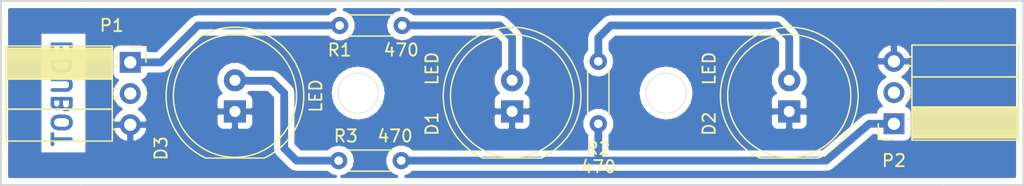
<source format=kicad_pcb>
(kicad_pcb (version 20241229) (generator "pcbnew") (generator_version "9.0")
  (layers (0 "F.Cu" signal) (2 "B.Cu" signal) (13 "F.Paste" user) (15 "B.Paste" user) (5 "F.SilkS" user) (7 "B.SilkS" user) (1 "F.Mask" user) (3 "B.Mask" user) (25 "Edge.Cuts" user))
  (net 0 "")
  (net 1 "GND")
  (net 2 "Net-(D1-Pad2)")
  (net 3 "Net-(D2-Pad2)")
  (net 4 "Net-(D3-Pad2)")
  (net 5 "Net-(P1-Pad1)")
  (net 6 "Net-(P1-Pad2)")
  (net 7 "Net-(P2-Pad1)")
  (net 8 "Net-(P2-Pad2)")
  (footprint "LEDs:LED_D10.0mm" (layer "F.Cu") (at 146 79 90)
    (property "Reference" "D1" (at -1 -6.5 270) (layer "F.SilkS"))
    (property "Value" "LED" (at 3.5 -6.5 270) (layer "F.SilkS"))
    (fp_line (start -3.79 -2.376) (end -3.79 2.376) (stroke (width 0.12)) (layer "F.SilkS"))
    (fp_arc (start -3.79 -2.375816) (mid 2.484794 -5.456407) (end 6.859998 -0.004741) (stroke (width 0.12)) (layer "F.SilkS"))
    (fp_arc (start 6.859998 0.004741) (mid 2.484794 5.456407) (end -3.79 2.375816) (stroke (width 0.12)) (layer "F.SilkS"))
    (fp_circle (center 1.27 0) (end 6.27 0) (stroke (width 0.12)) (fill no) (layer "F.SilkS"))
    (pad "1" thru_hole rect (at 0 0 90) (size 1.8 1.8) (drill 0.9) (layers "*.Cu" "*.Mask") (net 1 "GND"))
    (pad "2" thru_hole circle (at 2.54 0 90) (size 1.8 1.8) (drill 0.9) (layers "*.Cu" "*.Mask") (net 2 "Net-(D1-Pad2)"))
  )
  (footprint "LEDs:LED_D10.0mm" (layer "F.Cu") (at 168.5 79 90)
    (property "Reference" "D2" (at -1 -6.5 90) (layer "F.SilkS"))
    (property "Value" "LED" (at 3.5 -6.5 90) (layer "F.SilkS"))
    (fp_line (start -3.79 -2.376) (end -3.79 2.376) (stroke (width 0.12)) (layer "F.SilkS"))
    (fp_arc (start -3.79 -2.375816) (mid 2.484794 -5.456407) (end 6.859998 -0.004741) (stroke (width 0.12)) (layer "F.SilkS"))
    (fp_arc (start 6.859998 0.004741) (mid 2.484794 5.456407) (end -3.79 2.375816) (stroke (width 0.12)) (layer "F.SilkS"))
    (fp_circle (center 1.27 0) (end 6.27 0) (stroke (width 0.12)) (fill no) (layer "F.SilkS"))
    (pad "1" thru_hole rect (at 0 0 90) (size 1.8 1.8) (drill 0.9) (layers "*.Cu" "*.Mask") (net 1 "GND"))
    (pad "2" thru_hole circle (at 2.54 0 90) (size 1.8 1.8) (drill 0.9) (layers "*.Cu" "*.Mask") (net 3 "Net-(D2-Pad2)"))
  )
  (footprint "LEDs:LED_D10.0mm" (layer "F.Cu") (at 123.5 79 90)
    (property "Reference" "D3" (at -3 -6 90) (layer "F.SilkS"))
    (property "Value" "LED" (at 1.27 6.56 90) (layer "F.SilkS"))
    (fp_line (start -3.79 -2.376) (end -3.79 2.376) (stroke (width 0.12)) (layer "F.SilkS"))
    (fp_arc (start -3.79 -2.375816) (mid 2.484794 -5.456407) (end 6.859998 -0.004741) (stroke (width 0.12)) (layer "F.SilkS"))
    (fp_arc (start 6.859998 0.004741) (mid 2.484794 5.456407) (end -3.79 2.375816) (stroke (width 0.12)) (layer "F.SilkS"))
    (fp_circle (center 1.27 0) (end 6.27 0) (stroke (width 0.12)) (fill no) (layer "F.SilkS"))
    (pad "1" thru_hole rect (at 0 0 90) (size 1.8 1.8) (drill 0.9) (layers "*.Cu" "*.Mask") (net 1 "GND"))
    (pad "2" thru_hole circle (at 2.54 0 90) (size 1.8 1.8) (drill 0.9) (layers "*.Cu" "*.Mask") (net 4 "Net-(D3-Pad2)"))
  )
  (footprint "Resistors_ThroughHole:R_Axial_DIN0204_L3.6mm_D1.6mm_P5.08mm_Horizontal" (layer "F.Cu") (at 132 72)
    (property "Reference" "R1" (at 0 2 0) (layer "F.SilkS"))
    (property "Value" "470" (at 5 2 0) (layer "F.SilkS"))
    (fp_line (start 0.68 -0.86) (end 4.4 -0.86) (stroke (width 0.12)) (layer "F.SilkS"))
    (fp_line (start 0.68 0.86) (end 4.4 0.86) (stroke (width 0.12)) (layer "F.SilkS"))
    (pad "1" thru_hole circle (at 0 0) (size 1.4 1.4) (drill 0.7) (layers "*.Cu" "*.Mask") (net 5 "Net-(P1-Pad1)"))
    (pad "2" thru_hole oval (at 5.08 0) (size 1.4 1.4) (drill 0.7) (layers "*.Cu" "*.Mask") (net 2 "Net-(D1-Pad2)"))
  )
  (footprint "Resistors_ThroughHole:R_Axial_DIN0204_L3.6mm_D1.6mm_P5.08mm_Horizontal" (layer "F.Cu") (at 153 80 90)
    (property "Reference" "R2" (at -2 0 180) (layer "F.SilkS"))
    (property "Value" "470" (at -3.5 0 180) (layer "F.SilkS"))
    (fp_line (start 0.68 -0.86) (end 4.4 -0.86) (stroke (width 0.12)) (layer "F.SilkS"))
    (fp_line (start 0.68 0.86) (end 4.4 0.86) (stroke (width 0.12)) (layer "F.SilkS"))
    (pad "1" thru_hole circle (at 0 0 90) (size 1.4 1.4) (drill 0.7) (layers "*.Cu" "*.Mask") (net 7 "Net-(P2-Pad1)"))
    (pad "2" thru_hole oval (at 5.08 0 90) (size 1.4 1.4) (drill 0.7) (layers "*.Cu" "*.Mask") (net 3 "Net-(D2-Pad2)"))
  )
  (footprint "Resistors_ThroughHole:R_Axial_DIN0204_L3.6mm_D1.6mm_P5.08mm_Horizontal" (layer "F.Cu") (at 137 83 180)
    (property "Reference" "R3" (at 4.5 2 180) (layer "F.SilkS"))
    (property "Value" "470" (at 0.5 2 180) (layer "F.SilkS"))
    (fp_line (start 0.68 0.86) (end 4.4 0.86) (stroke (width 0.12)) (layer "F.SilkS"))
    (fp_line (start 0.68 -0.86) (end 4.4 -0.86) (stroke (width 0.12)) (layer "F.SilkS"))
    (pad "1" thru_hole circle (at 0 0 180) (size 1.4 1.4) (drill 0.7) (layers "*.Cu" "*.Mask") (net 7 "Net-(P2-Pad1)"))
    (pad "2" thru_hole oval (at 5.08 0 180) (size 1.4 1.4) (drill 0.7) (layers "*.Cu" "*.Mask") (net 4 "Net-(D3-Pad2)"))
  )
  (footprint "Socket_Strips:Socket_Strip_Angled_1x03_Pitch2.54mm" (layer "F.Cu") (at 115 75)
    (property "Reference" "P1" (at -1.5 -3 0) (layer "F.SilkS"))
    (property "Value" "CONN_01X03" (hide yes))
    (fp_line (start -10.09 -1.33) (end -1.46 -1.33) (stroke (width 0.12)) (layer "F.SilkS"))
    (fp_line (start -10.09 1.27) (end -10.09 -1.33) (stroke (width 0.12)) (layer "F.SilkS"))
    (fp_line (start -10.09 1.27) (end -1.46 1.27) (stroke (width 0.12)) (layer "F.SilkS"))
    (fp_line (start -10.09 3.81) (end -10.09 1.27) (stroke (width 0.12)) (layer "F.SilkS"))
    (fp_line (start -10.09 3.81) (end -1.46 3.81) (stroke (width 0.12)) (layer "F.SilkS"))
    (fp_line (start -10.09 6.41) (end -10.09 3.81) (stroke (width 0.12)) (layer "F.SilkS"))
    (fp_line (start -1.46 -1.33) (end -1.46 1.27) (stroke (width 0.12)) (layer "F.SilkS"))
    (fp_line (start -1.46 -1.15) (end -10.09 -1.15) (stroke (width 0.12)) (layer "F.SilkS"))
    (fp_line (start -1.46 -1.03) (end -10.09 -1.03) (stroke (width 0.12)) (layer "F.SilkS"))
    (fp_line (start -1.46 -0.91) (end -10.09 -0.91) (stroke (width 0.12)) (layer "F.SilkS"))
    (fp_line (start -1.46 -0.79) (end -10.09 -0.79) (stroke (width 0.12)) (layer "F.SilkS"))
    (fp_line (start -1.46 -0.67) (end -10.09 -0.67) (stroke (width 0.12)) (layer "F.SilkS"))
    (fp_line (start -1.46 -0.55) (end -10.09 -0.55) (stroke (width 0.12)) (layer "F.SilkS"))
    (fp_line (start -1.46 -0.43) (end -10.09 -0.43) (stroke (width 0.12)) (layer "F.SilkS"))
    (fp_line (start -1.46 -0.31) (end -10.09 -0.31) (stroke (width 0.12)) (layer "F.SilkS"))
    (fp_line (start -1.46 -0.19) (end -10.09 -0.19) (stroke (width 0.12)) (layer "F.SilkS"))
    (fp_line (start -1.46 -0.07) (end -10.09 -0.07) (stroke (width 0.12)) (layer "F.SilkS"))
    (fp_line (start -1.46 0.05) (end -10.09 0.05) (stroke (width 0.12)) (layer "F.SilkS"))
    (fp_line (start -1.46 0.17) (end -10.09 0.17) (stroke (width 0.12)) (layer "F.SilkS"))
    (fp_line (start -1.46 0.29) (end -10.09 0.29) (stroke (width 0.12)) (layer "F.SilkS"))
    (fp_line (start -1.46 0.41) (end -10.09 0.41) (stroke (width 0.12)) (layer "F.SilkS"))
    (fp_line (start -1.46 0.53) (end -10.09 0.53) (stroke (width 0.12)) (layer "F.SilkS"))
    (fp_line (start -1.46 0.65) (end -10.09 0.65) (stroke (width 0.12)) (layer "F.SilkS"))
    (fp_line (start -1.46 0.77) (end -10.09 0.77) (stroke (width 0.12)) (layer "F.SilkS"))
    (fp_line (start -1.46 0.89) (end -10.09 0.89) (stroke (width 0.12)) (layer "F.SilkS"))
    (fp_line (start -1.46 1.01) (end -10.09 1.01) (stroke (width 0.12)) (layer "F.SilkS"))
    (fp_line (start -1.46 1.13) (end -10.09 1.13) (stroke (width 0.12)) (layer "F.SilkS"))
    (fp_line (start -1.46 1.25) (end -10.09 1.25) (stroke (width 0.12)) (layer "F.SilkS"))
    (fp_line (start -1.46 1.27) (end -10.09 1.27) (stroke (width 0.12)) (layer "F.SilkS"))
    (fp_line (start -1.46 1.27) (end -1.46 3.81) (stroke (width 0.12)) (layer "F.SilkS"))
    (fp_line (start -1.46 1.37) (end -10.09 1.37) (stroke (width 0.12)) (layer "F.SilkS"))
    (fp_line (start -1.46 3.81) (end -10.09 3.81) (stroke (width 0.12)) (layer "F.SilkS"))
    (fp_line (start -1.46 3.81) (end -1.46 6.41) (stroke (width 0.12)) (layer "F.SilkS"))
    (fp_line (start -1.46 6.41) (end -10.09 6.41) (stroke (width 0.12)) (layer "F.SilkS"))
    (fp_line (start -1.03 -0.38) (end -1.46 -0.38) (stroke (width 0.12)) (layer "F.SilkS"))
    (fp_line (start -1.03 0.38) (end -1.46 0.38) (stroke (width 0.12)) (layer "F.SilkS"))
    (fp_line (start -1.03 2.16) (end -1.46 2.16) (stroke (width 0.12)) (layer "F.SilkS"))
    (fp_line (start -1.03 2.92) (end -1.46 2.92) (stroke (width 0.12)) (layer "F.SilkS"))
    (fp_line (start -1.03 4.7) (end -1.46 4.7) (stroke (width 0.12)) (layer "F.SilkS"))
    (fp_line (start -1.03 5.46) (end -1.46 5.46) (stroke (width 0.12)) (layer "F.SilkS"))
    (fp_line (start 0 -1.27) (end 1.27 -1.27) (stroke (width 0.12)) (layer "F.SilkS"))
    (fp_line (start 1.27 -1.27) (end 1.27 0) (stroke (width 0.12)) (layer "F.SilkS"))
    (pad "1" thru_hole rect (at 0 0) (size 1.7 1.7) (drill 1) (layers "*.Cu" "*.Mask") (net 5 "Net-(P1-Pad1)"))
    (pad "2" thru_hole oval (at 0 2.54) (size 1.7 1.7) (drill 1) (layers "*.Cu" "*.Mask") (net 6 "Net-(P1-Pad2)"))
    (pad "3" thru_hole oval (at 0 5.08) (size 1.7 1.7) (drill 1) (layers "*.Cu" "*.Mask") (net 1 "GND"))
  )
  (footprint "Socket_Strips:Socket_Strip_Angled_1x03_Pitch2.54mm" (layer "F.Cu") (at 177 80 180)
    (property "Reference" "P2" (at 0 -3 180) (layer "F.SilkS"))
    (property "Value" "CONN_01X03" (hide yes))
    (fp_line (start 1.27 -1.27) (end 1.27 0) (stroke (width 0.12)) (layer "F.SilkS"))
    (fp_line (start 0 -1.27) (end 1.27 -1.27) (stroke (width 0.12)) (layer "F.SilkS"))
    (fp_line (start -1.03 5.46) (end -1.46 5.46) (stroke (width 0.12)) (layer "F.SilkS"))
    (fp_line (start -1.03 4.7) (end -1.46 4.7) (stroke (width 0.12)) (layer "F.SilkS"))
    (fp_line (start -1.03 2.92) (end -1.46 2.92) (stroke (width 0.12)) (layer "F.SilkS"))
    (fp_line (start -1.03 2.16) (end -1.46 2.16) (stroke (width 0.12)) (layer "F.SilkS"))
    (fp_line (start -1.03 0.38) (end -1.46 0.38) (stroke (width 0.12)) (layer "F.SilkS"))
    (fp_line (start -1.03 -0.38) (end -1.46 -0.38) (stroke (width 0.12)) (layer "F.SilkS"))
    (fp_line (start -1.46 6.41) (end -10.09 6.41) (stroke (width 0.12)) (layer "F.SilkS"))
    (fp_line (start -1.46 3.81) (end -1.46 6.41) (stroke (width 0.12)) (layer "F.SilkS"))
    (fp_line (start -1.46 3.81) (end -10.09 3.81) (stroke (width 0.12)) (layer "F.SilkS"))
    (fp_line (start -1.46 1.37) (end -10.09 1.37) (stroke (width 0.12)) (layer "F.SilkS"))
    (fp_line (start -1.46 1.27) (end -1.46 3.81) (stroke (width 0.12)) (layer "F.SilkS"))
    (fp_line (start -1.46 1.27) (end -10.09 1.27) (stroke (width 0.12)) (layer "F.SilkS"))
    (fp_line (start -1.46 1.25) (end -10.09 1.25) (stroke (width 0.12)) (layer "F.SilkS"))
    (fp_line (start -1.46 1.13) (end -10.09 1.13) (stroke (width 0.12)) (layer "F.SilkS"))
    (fp_line (start -1.46 1.01) (end -10.09 1.01) (stroke (width 0.12)) (layer "F.SilkS"))
    (fp_line (start -1.46 0.89) (end -10.09 0.89) (stroke (width 0.12)) (layer "F.SilkS"))
    (fp_line (start -1.46 0.77) (end -10.09 0.77) (stroke (width 0.12)) (layer "F.SilkS"))
    (fp_line (start -1.46 0.65) (end -10.09 0.65) (stroke (width 0.12)) (layer "F.SilkS"))
    (fp_line (start -1.46 0.53) (end -10.09 0.53) (stroke (width 0.12)) (layer "F.SilkS"))
    (fp_line (start -1.46 0.41) (end -10.09 0.41) (stroke (width 0.12)) (layer "F.SilkS"))
    (fp_line (start -1.46 0.29) (end -10.09 0.29) (stroke (width 0.12)) (layer "F.SilkS"))
    (fp_line (start -1.46 0.17) (end -10.09 0.17) (stroke (width 0.12)) (layer "F.SilkS"))
    (fp_line (start -1.46 0.05) (end -10.09 0.05) (stroke (width 0.12)) (layer "F.SilkS"))
    (fp_line (start -1.46 -0.07) (end -10.09 -0.07) (stroke (width 0.12)) (layer "F.SilkS"))
    (fp_line (start -1.46 -0.19) (end -10.09 -0.19) (stroke (width 0.12)) (layer "F.SilkS"))
    (fp_line (start -1.46 -0.31) (end -10.09 -0.31) (stroke (width 0.12)) (layer "F.SilkS"))
    (fp_line (start -1.46 -0.43) (end -10.09 -0.43) (stroke (width 0.12)) (layer "F.SilkS"))
    (fp_line (start -1.46 -0.55) (end -10.09 -0.55) (stroke (width 0.12)) (layer "F.SilkS"))
    (fp_line (start -1.46 -0.67) (end -10.09 -0.67) (stroke (width 0.12)) (layer "F.SilkS"))
    (fp_line (start -1.46 -0.79) (end -10.09 -0.79) (stroke (width 0.12)) (layer "F.SilkS"))
    (fp_line (start -1.46 -0.91) (end -10.09 -0.91) (stroke (width 0.12)) (layer "F.SilkS"))
    (fp_line (start -1.46 -1.03) (end -10.09 -1.03) (stroke (width 0.12)) (layer "F.SilkS"))
    (fp_line (start -1.46 -1.15) (end -10.09 -1.15) (stroke (width 0.12)) (layer "F.SilkS"))
    (fp_line (start -1.46 -1.33) (end -1.46 1.27) (stroke (width 0.12)) (layer "F.SilkS"))
    (fp_line (start -10.09 6.41) (end -10.09 3.81) (stroke (width 0.12)) (layer "F.SilkS"))
    (fp_line (start -10.09 3.81) (end -1.46 3.81) (stroke (width 0.12)) (layer "F.SilkS"))
    (fp_line (start -10.09 3.81) (end -10.09 1.27) (stroke (width 0.12)) (layer "F.SilkS"))
    (fp_line (start -10.09 1.27) (end -1.46 1.27) (stroke (width 0.12)) (layer "F.SilkS"))
    (fp_line (start -10.09 1.27) (end -10.09 -1.33) (stroke (width 0.12)) (layer "F.SilkS"))
    (fp_line (start -10.09 -1.33) (end -1.46 -1.33) (stroke (width 0.12)) (layer "F.SilkS"))
    (pad "1" thru_hole rect (at 0 0 180) (size 1.7 1.7) (drill 1) (layers "*.Cu" "*.Mask") (net 7 "Net-(P2-Pad1)"))
    (pad "2" thru_hole oval (at 0 2.54 180) (size 1.7 1.7) (drill 1) (layers "*.Cu" "*.Mask") (net 8 "Net-(P2-Pad2)"))
    (pad "3" thru_hole oval (at 0 5.08 180) (size 1.7 1.7) (drill 1) (layers "*.Cu" "*.Mask") (net 1 "GND"))
  )
  (footprint "Mounting_Holes:MountingHole_3.2mm_M3" (layer "F.Cu") (at 133.5 77.5)
    (property "Reference" "REF**" (hide yes))
    (property "Value" "MountingHole_3.2mm_M3" (hide yes))
    (pad "" np_thru_hole circle (at 0 0) (size 3.2 3.2) (drill 3.2) (layers "*.Cu" "*.Mask"))
  )
  (footprint "Mounting_Holes:MountingHole_3.2mm_M3" (layer "F.Cu") (at 158.5 77.5)
    (property "Reference" "REF**" (hide yes))
    (property "Value" "MountingHole_3.2mm_M3" (hide yes))
    (pad "" np_thru_hole circle (at 0 0) (size 3.2 3.2) (drill 3.2) (layers "*.Cu" "*.Mask"))
  )
  (gr_line (start 181 70) (end 187.5 70) (stroke (width 0.15)) (layer "Edge.Cuts"))
  (gr_circle (center 158.5 77.5) (end 158 76) (stroke (width 0.15)) (fill no) (layer "Edge.Cuts"))
  (gr_line (start 111 85) (end 181 85) (stroke (width 0.15)) (layer "Edge.Cuts"))
  (gr_line (start 104.5 70) (end 104.5 85) (stroke (width 0.15)) (layer "Edge.Cuts"))
  (gr_circle (center 133.5 77.5) (end 133 76) (stroke (width 0.15)) (fill no) (layer "Edge.Cuts"))
  (gr_line (start 187.5 70) (end 187.5 85) (stroke (width 0.15)) (layer "Edge.Cuts"))
  (gr_line (start 104.5 85) (end 111 85) (stroke (width 0.15)) (layer "Edge.Cuts"))
  (gr_line (start 181 70) (end 111 70) (stroke (width 0.15)) (layer "Edge.Cuts"))
  (gr_line (start 187.5 85) (end 181 85) (stroke (width 0.15)) (layer "Edge.Cuts"))
  (gr_line (start 111 70) (end 104.5 70) (stroke (width 0.15)) (layer "Edge.Cuts"))
  (gr_text "EDUBOT" (at 109.5 77.5 90) (layer "B.Cu") (effects (font (size 1.5 1.5) (thickness 0.3)) (justify mirror)))
  (segment (start 145 72) (end 146 73) (width 0.635) (layer "B.Cu") (net 2))
  (segment (start 146 73) (end 146 76.46) (width 0.635) (layer "B.Cu") (net 2))
  (segment (start 137.08 72) (end 145 72) (width 0.635) (layer "B.Cu") (net 2))
  (segment (start 153 73) (end 154 72) (width 0.635) (layer "B.Cu") (net 3))
  (segment (start 154 72) (end 167.5 72) (width 0.635) (layer "B.Cu") (net 3))
  (segment (start 167.5 72) (end 168.5 73) (width 0.635) (layer "B.Cu") (net 3))
  (segment (start 168.5 73) (end 168.5 76.46) (width 0.635) (layer "B.Cu") (net 3))
  (segment (start 153 74.92) (end 153 73) (width 0.635) (layer "B.Cu") (net 3))
  (segment (start 128.5 83) (end 127.5 82) (width 0.635) (layer "B.Cu") (net 4))
  (segment (start 127.5 82) (end 127.5 77.5) (width 0.635) (layer "B.Cu") (net 4))
  (segment (start 127.5 77.5) (end 126.5 76.5) (width 0.635) (layer "B.Cu") (net 4))
  (segment (start 126.5 76.5) (end 123.54 76.5) (width 0.635) (layer "B.Cu") (net 4))
  (segment (start 123.54 76.5) (end 123.5 76.46) (width 0.635) (layer "B.Cu") (net 4))
  (segment (start 131.92 83) (end 128.5 83) (width 0.635) (layer "B.Cu") (net 4))
  (segment (start 117.5 75) (end 120.5 72) (width 0.635) (layer "B.Cu") (net 5))
  (segment (start 120.5 72) (end 132 72) (width 0.635) (layer "B.Cu") (net 5))
  (segment (start 115 75) (end 117.5 75) (width 0.635) (layer "B.Cu") (net 5))
  (segment (start 175 80) (end 171.5 83) (width 0.635) (layer "B.Cu") (net 7))
  (segment (start 171.5 83) (end 153 83) (width 0.635) (layer "B.Cu") (net 7))
  (segment (start 153 83) (end 153 80) (width 0.635) (layer "B.Cu") (net 7))
  (segment (start 139.5 83) (end 138 83) (width 0.635) (layer "B.Cu") (net 7))
  (segment (start 138 83) (end 137 83) (width 0.635) (layer "B.Cu") (net 7))
  (segment (start 153 83) (end 139.5 83) (width 0.635) (layer "B.Cu") (net 7))
  (segment (start 177 80) (end 175 80) (width 0.635) (layer "B.Cu") (net 7))
  (zone (net 1) (net_name "GND") (layer "B.Cu") (connect_pads (clearance 0.508)) (min_thickness 0.254) (fill yes (thermal_gap 0.508) (thermal_bridge_width 0.508))
    (polygon (pts (xy 187.5 85) (xy 104.5 85) (xy 104.5 70) (xy 187.5 70)))
  )
)
</source>
